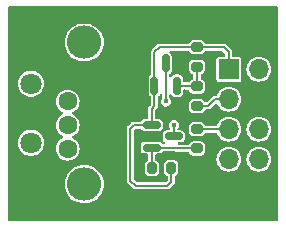
<source format=gbr>
%TF.GenerationSoftware,KiCad,Pcbnew,7.0.6-7.0.6~ubuntu22.04.1*%
%TF.CreationDate,2023-08-04T16:05:21+03:00*%
%TF.ProjectId,SolderPlate_Control,536f6c64-6572-4506-9c61-74655f436f6e,rev?*%
%TF.SameCoordinates,Original*%
%TF.FileFunction,Copper,L2,Bot*%
%TF.FilePolarity,Positive*%
%FSLAX46Y46*%
G04 Gerber Fmt 4.6, Leading zero omitted, Abs format (unit mm)*
G04 Created by KiCad (PCBNEW 7.0.6-7.0.6~ubuntu22.04.1) date 2023-08-04 16:05:21*
%MOMM*%
%LPD*%
G01*
G04 APERTURE LIST*
G04 Aperture macros list*
%AMRoundRect*
0 Rectangle with rounded corners*
0 $1 Rounding radius*
0 $2 $3 $4 $5 $6 $7 $8 $9 X,Y pos of 4 corners*
0 Add a 4 corners polygon primitive as box body*
4,1,4,$2,$3,$4,$5,$6,$7,$8,$9,$2,$3,0*
0 Add four circle primitives for the rounded corners*
1,1,$1+$1,$2,$3*
1,1,$1+$1,$4,$5*
1,1,$1+$1,$6,$7*
1,1,$1+$1,$8,$9*
0 Add four rect primitives between the rounded corners*
20,1,$1+$1,$2,$3,$4,$5,0*
20,1,$1+$1,$4,$5,$6,$7,0*
20,1,$1+$1,$6,$7,$8,$9,0*
20,1,$1+$1,$8,$9,$2,$3,0*%
G04 Aperture macros list end*
%TA.AperFunction,ComponentPad*%
%ADD10R,1.700000X1.700000*%
%TD*%
%TA.AperFunction,ComponentPad*%
%ADD11O,1.700000X1.700000*%
%TD*%
%TA.AperFunction,ComponentPad*%
%ADD12C,1.600000*%
%TD*%
%TA.AperFunction,ComponentPad*%
%ADD13C,1.800000*%
%TD*%
%TA.AperFunction,ComponentPad*%
%ADD14O,2.900000X2.800000*%
%TD*%
%TA.AperFunction,SMDPad,CuDef*%
%ADD15RoundRect,0.150000X0.150000X-0.587500X0.150000X0.587500X-0.150000X0.587500X-0.150000X-0.587500X0*%
%TD*%
%TA.AperFunction,SMDPad,CuDef*%
%ADD16RoundRect,0.150000X-0.587500X-0.150000X0.587500X-0.150000X0.587500X0.150000X-0.587500X0.150000X0*%
%TD*%
%TA.AperFunction,SMDPad,CuDef*%
%ADD17RoundRect,0.200000X-0.275000X0.200000X-0.275000X-0.200000X0.275000X-0.200000X0.275000X0.200000X0*%
%TD*%
%TA.AperFunction,SMDPad,CuDef*%
%ADD18RoundRect,0.200000X-0.200000X-0.275000X0.200000X-0.275000X0.200000X0.275000X-0.200000X0.275000X0*%
%TD*%
%TA.AperFunction,SMDPad,CuDef*%
%ADD19RoundRect,0.200000X0.275000X-0.200000X0.275000X0.200000X-0.275000X0.200000X-0.275000X-0.200000X0*%
%TD*%
%TA.AperFunction,ViaPad*%
%ADD20C,0.450000*%
%TD*%
%TA.AperFunction,Conductor*%
%ADD21C,0.200000*%
%TD*%
G04 APERTURE END LIST*
D10*
%TO.P,J1,1,Pin_1*%
%TO.N,+5V*%
X18900000Y14780000D03*
D11*
%TO.P,J1,2,Pin_2*%
%TO.N,/Enc_A*%
X21440000Y14780000D03*
%TO.P,J1,3,Pin_3*%
%TO.N,/LED_Blue*%
X18900000Y12240000D03*
%TO.P,J1,4,Pin_4*%
%TO.N,GND*%
X21440000Y12240000D03*
%TO.P,J1,5,Pin_5*%
%TO.N,/LED_Orange*%
X18900000Y9700000D03*
%TO.P,J1,6,Pin_6*%
%TO.N,unconnected-(J1-Pin_6-Pad6)*%
X21440000Y9700000D03*
%TO.P,J1,7,Pin_7*%
%TO.N,/Enc_SW*%
X18900000Y7160000D03*
%TO.P,J1,8,Pin_8*%
%TO.N,/Enc_B*%
X21440000Y7160000D03*
%TD*%
D12*
%TO.P,U1,1,COM*%
%TO.N,GND*%
X5250000Y14050000D03*
%TO.P,U1,2,A1*%
%TO.N,Net-(U1-A1)*%
X5250000Y12050000D03*
%TO.P,U1,3,A2*%
%TO.N,Net-(U1-A2)*%
X5250000Y10050000D03*
%TO.P,U1,4,SW*%
%TO.N,Net-(U1-SW)*%
X5250000Y8050000D03*
D13*
%TO.P,U1,5,A*%
%TO.N,Net-(U1-A)*%
X2150000Y13550000D03*
%TO.P,U1,6,C*%
%TO.N,GND*%
X2150000Y11050000D03*
%TO.P,U1,7,B*%
%TO.N,Net-(U1-B)*%
X2150000Y8550000D03*
D14*
%TO.P,U1,SH*%
%TO.N,N/C*%
X6650000Y5050000D03*
X6650000Y17050000D03*
%TD*%
D15*
%TO.P,Q1,1,G*%
%TO.N,Net-(Q1-G)*%
X14500000Y13400000D03*
%TO.P,Q1,2,S*%
%TO.N,+5V*%
X12600000Y13400000D03*
%TO.P,Q1,3,D*%
%TO.N,Net-(Q1-D)*%
X13550000Y15275000D03*
%TD*%
D16*
%TO.P,Q4,1,G*%
%TO.N,Net-(Q4-G)*%
X12362500Y8150000D03*
%TO.P,Q4,2,S*%
%TO.N,+5V*%
X12362500Y10050000D03*
%TO.P,Q4,3,D*%
%TO.N,Net-(Q4-D)*%
X14237500Y9100000D03*
%TD*%
D17*
%TO.P,R10,1*%
%TO.N,/LED_Orange*%
X16200000Y9725000D03*
%TO.P,R10,2*%
%TO.N,Net-(Q4-G)*%
X16200000Y8075000D03*
%TD*%
D18*
%TO.P,R14,1*%
%TO.N,Net-(Q4-G)*%
X12375000Y6400000D03*
%TO.P,R14,2*%
%TO.N,+5V*%
X14025000Y6400000D03*
%TD*%
D19*
%TO.P,R9,1*%
%TO.N,/LED_Blue*%
X16200000Y11675000D03*
%TO.P,R9,2*%
%TO.N,Net-(Q1-G)*%
X16200000Y13325000D03*
%TD*%
%TO.P,R13,1*%
%TO.N,Net-(Q1-G)*%
X16200000Y15000000D03*
%TO.P,R13,2*%
%TO.N,+5V*%
X16200000Y16650000D03*
%TD*%
D20*
%TO.N,GND*%
X1200000Y6000000D03*
X4000000Y18600000D03*
X11000000Y2600000D03*
X17200000Y17600000D03*
X20000000Y3000000D03*
X10000000Y13400000D03*
X17000000Y19400000D03*
X7000000Y9000000D03*
X15200000Y5000000D03*
X17600000Y8400000D03*
X20200000Y8400000D03*
X7000000Y11000000D03*
X17600000Y10800000D03*
X1200000Y18800000D03*
X4800000Y15600000D03*
X7000000Y13200000D03*
X15600000Y2600000D03*
X19800000Y16600000D03*
X4800000Y6600000D03*
X20200000Y13400000D03*
X8200000Y13200000D03*
X3600000Y12400000D03*
X8200000Y11000000D03*
X12800000Y17200000D03*
X19600000Y19400000D03*
X18000000Y3000000D03*
X8200000Y15400000D03*
X3600000Y9600000D03*
X1200000Y16000000D03*
X1200000Y3000000D03*
X15400000Y6400000D03*
X8200000Y6600000D03*
X9400000Y18600000D03*
X20200000Y11000000D03*
X10600000Y14800000D03*
X22000000Y3000000D03*
X14800000Y15400000D03*
X18600000Y17400000D03*
X13000000Y2600000D03*
X22000000Y19000000D03*
X8200000Y9000000D03*
%TO.N,Net-(Q1-D)*%
X13550000Y12050000D03*
%TO.N,Net-(Q4-D)*%
X14237500Y10050000D03*
%TD*%
D21*
%TO.N,+5V*%
X16200000Y16650000D02*
X18450000Y16650000D01*
X14025000Y6400000D02*
X14025000Y5225000D01*
X14025000Y5225000D02*
X13700000Y4900000D01*
X10550000Y9750000D02*
X10850000Y10050000D01*
X10850000Y10050000D02*
X12362500Y10050000D01*
X10550000Y5350000D02*
X10550000Y9750000D01*
X12600000Y16200000D02*
X12600000Y13400000D01*
X13050000Y16650000D02*
X12600000Y16200000D01*
X11000000Y4900000D02*
X10550000Y5350000D01*
X16200000Y16650000D02*
X13050000Y16650000D01*
X12362500Y11412500D02*
X12362500Y10050000D01*
X18450000Y16650000D02*
X18900000Y16200000D01*
X18900000Y16200000D02*
X18900000Y14780000D01*
X13700000Y4900000D02*
X11000000Y4900000D01*
X12600000Y11650000D02*
X12362500Y11412500D01*
X12600000Y13400000D02*
X12600000Y11650000D01*
%TO.N,/LED_Blue*%
X17740000Y12240000D02*
X18900000Y12240000D01*
X16200000Y11675000D02*
X17175000Y11675000D01*
X17175000Y11675000D02*
X17740000Y12240000D01*
%TO.N,/LED_Orange*%
X18900000Y9700000D02*
X16225000Y9700000D01*
X16225000Y9700000D02*
X16200000Y9725000D01*
%TO.N,Net-(Q1-D)*%
X13550000Y15275000D02*
X13550000Y12050000D01*
%TO.N,Net-(Q4-G)*%
X12375000Y6400000D02*
X12375000Y8137500D01*
X14525000Y8075000D02*
X14450000Y8150000D01*
X14450000Y8150000D02*
X12362500Y8150000D01*
X16200000Y8075000D02*
X14525000Y8075000D01*
X12375000Y8137500D02*
X12362500Y8150000D01*
%TO.N,Net-(Q1-G)*%
X16200000Y15000000D02*
X16200000Y13325000D01*
X15375000Y13325000D02*
X15300000Y13400000D01*
X16200000Y13325000D02*
X15375000Y13325000D01*
X15300000Y13400000D02*
X14500000Y13400000D01*
%TO.N,Net-(Q4-D)*%
X14237500Y9100000D02*
X14237500Y10050000D01*
%TD*%
%TA.AperFunction,Conductor*%
%TO.N,GND*%
G36*
X23054569Y20079183D02*
G01*
X23094165Y20024683D01*
X23099500Y19991000D01*
X23099500Y2009000D01*
X23078683Y1944931D01*
X23024183Y1905335D01*
X22990500Y1900000D01*
X309500Y1900000D01*
X245431Y1920817D01*
X205835Y1975317D01*
X200500Y2009000D01*
X200500Y5050000D01*
X4994551Y5050000D01*
X5014316Y4798854D01*
X5014318Y4798847D01*
X5073125Y4553893D01*
X5169533Y4321143D01*
X5301164Y4106340D01*
X5464770Y3914783D01*
X5464776Y3914776D01*
X5464782Y3914771D01*
X5656339Y3751165D01*
X5656341Y3751164D01*
X5871141Y3619534D01*
X6103889Y3523127D01*
X6103890Y3523127D01*
X6103892Y3523126D01*
X6185543Y3503524D01*
X6348852Y3464317D01*
X6537118Y3449500D01*
X6762882Y3449500D01*
X6951148Y3464317D01*
X7196111Y3523127D01*
X7428859Y3619534D01*
X7643659Y3751164D01*
X7835224Y3914776D01*
X7998836Y4106341D01*
X8130466Y4321141D01*
X8226873Y4553889D01*
X8285683Y4798852D01*
X8305449Y5050000D01*
X8285683Y5301148D01*
X8226873Y5546111D01*
X8130466Y5778859D01*
X7998836Y5993659D01*
X7998835Y5993661D01*
X7835229Y6185218D01*
X7835224Y6185224D01*
X7835217Y6185230D01*
X7643660Y6348836D01*
X7428857Y6480467D01*
X7196107Y6576875D01*
X6951153Y6635682D01*
X6951146Y6635684D01*
X6762882Y6650500D01*
X6537118Y6650500D01*
X6348853Y6635684D01*
X6348846Y6635682D01*
X6103892Y6576875D01*
X5871142Y6480467D01*
X5656339Y6348836D01*
X5464782Y6185230D01*
X5464770Y6185218D01*
X5301164Y5993661D01*
X5169533Y5778858D01*
X5073125Y5546108D01*
X5014318Y5301154D01*
X5014316Y5301147D01*
X4994551Y5050001D01*
X4994551Y5050000D01*
X200500Y5050000D01*
X200500Y8550000D01*
X1044785Y8550000D01*
X1063602Y8346918D01*
X1119416Y8150754D01*
X1119418Y8150750D01*
X1210327Y7968179D01*
X1210327Y7968178D01*
X1333234Y7805423D01*
X1333236Y7805421D01*
X1483959Y7668019D01*
X1657363Y7560652D01*
X1847544Y7486976D01*
X2048024Y7449500D01*
X2048025Y7449500D01*
X2251975Y7449500D01*
X2251976Y7449500D01*
X2452456Y7486976D01*
X2642637Y7560652D01*
X2816041Y7668019D01*
X2966764Y7805421D01*
X3089673Y7968179D01*
X3130414Y8049999D01*
X4244659Y8049999D01*
X4263976Y7853865D01*
X4321185Y7665274D01*
X4321186Y7665272D01*
X4414090Y7491462D01*
X4414090Y7491461D01*
X4525121Y7356171D01*
X4539117Y7339117D01*
X4691462Y7214090D01*
X4792657Y7160000D01*
X4865271Y7121187D01*
X4865273Y7121186D01*
X5053864Y7063977D01*
X5053865Y7063977D01*
X5053868Y7063976D01*
X5218124Y7047799D01*
X5249999Y7044659D01*
X5250000Y7044659D01*
X5250001Y7044659D01*
X5274056Y7047029D01*
X5446132Y7063976D01*
X5634727Y7121186D01*
X5808538Y7214090D01*
X5960883Y7339117D01*
X6085910Y7491462D01*
X6178814Y7665273D01*
X6236024Y7853868D01*
X6255341Y8050000D01*
X6236024Y8246132D01*
X6189256Y8400303D01*
X6178814Y8434727D01*
X6178813Y8434729D01*
X6159256Y8471317D01*
X6085910Y8608538D01*
X6085909Y8608540D01*
X5990522Y8724768D01*
X5960883Y8760883D01*
X5886031Y8822313D01*
X5808539Y8885910D01*
X5808534Y8885913D01*
X5681393Y8953871D01*
X5634702Y9002431D01*
X5625473Y9069162D01*
X5657229Y9128573D01*
X5681393Y9146129D01*
X5808534Y9214088D01*
X5808538Y9214090D01*
X5960883Y9339117D01*
X6085910Y9491462D01*
X6178814Y9665273D01*
X6208798Y9764118D01*
X10244621Y9764118D01*
X10248977Y9732892D01*
X10249500Y9725354D01*
X10249500Y5412314D01*
X10248977Y5404775D01*
X10247227Y5392234D01*
X10249442Y5344317D01*
X10249500Y5341801D01*
X10249500Y5322154D01*
X10250088Y5319007D01*
X10250958Y5311506D01*
X10252415Y5280007D01*
X10255916Y5272079D01*
X10263347Y5248082D01*
X10264938Y5239569D01*
X10264939Y5239566D01*
X10281533Y5212766D01*
X10285054Y5206087D01*
X10297680Y5177493D01*
X10297794Y5177235D01*
X10303924Y5171105D01*
X10319518Y5151417D01*
X10324080Y5144049D01*
X10324083Y5144046D01*
X10349235Y5125053D01*
X10354937Y5120092D01*
X10743448Y4731580D01*
X10748409Y4725879D01*
X10756041Y4715773D01*
X10791486Y4683460D01*
X10793306Y4681723D01*
X10807202Y4667827D01*
X10809848Y4666014D01*
X10815756Y4661334D01*
X10839067Y4640084D01*
X10839066Y4640084D01*
X10847151Y4636952D01*
X10869370Y4625241D01*
X10876519Y4620344D01*
X10907211Y4613126D01*
X10914422Y4610892D01*
X10943827Y4599500D01*
X10952493Y4599500D01*
X10977449Y4596605D01*
X10985881Y4594621D01*
X11013361Y4598455D01*
X11017108Y4598977D01*
X11024646Y4599500D01*
X13637686Y4599500D01*
X13645225Y4598977D01*
X13657759Y4597229D01*
X13657765Y4597227D01*
X13700196Y4599189D01*
X13705683Y4599442D01*
X13708199Y4599500D01*
X13727840Y4599500D01*
X13727844Y4599500D01*
X13730987Y4600088D01*
X13738492Y4600960D01*
X13769992Y4602415D01*
X13777919Y4605916D01*
X13801916Y4613348D01*
X13810433Y4614939D01*
X13837251Y4631545D01*
X13843899Y4635050D01*
X13872765Y4647794D01*
X13878887Y4653918D01*
X13898585Y4669521D01*
X13905952Y4674081D01*
X13924956Y4699249D01*
X13929907Y4704937D01*
X14193422Y4968452D01*
X14199127Y4973416D01*
X14209224Y4981041D01*
X14209228Y4981042D01*
X14241565Y5016516D01*
X14243268Y5018299D01*
X14257174Y5032203D01*
X14258981Y5034843D01*
X14263669Y5040762D01*
X14284916Y5064067D01*
X14288045Y5072147D01*
X14299763Y5094377D01*
X14304656Y5101519D01*
X14311872Y5132206D01*
X14314104Y5139414D01*
X14325500Y5168827D01*
X14325500Y5177493D01*
X14328396Y5202452D01*
X14329250Y5206083D01*
X14330379Y5210881D01*
X14326378Y5239566D01*
X14326023Y5242109D01*
X14325500Y5249647D01*
X14325500Y5659921D01*
X14346317Y5723990D01*
X14385012Y5757040D01*
X14463342Y5796950D01*
X14553050Y5886658D01*
X14610646Y5999696D01*
X14625500Y6093481D01*
X14625499Y6706518D01*
X14610646Y6800304D01*
X14553050Y6913342D01*
X14463342Y7003050D01*
X14385013Y7042961D01*
X14350303Y7060647D01*
X14256519Y7075500D01*
X13793484Y7075500D01*
X13793479Y7075499D01*
X13699697Y7060647D01*
X13586657Y7003050D01*
X13496950Y6913343D01*
X13439353Y6800304D01*
X13424500Y6706520D01*
X13424500Y6093485D01*
X13424501Y6093480D01*
X13439353Y5999698D01*
X13439353Y5999697D01*
X13439354Y5999696D01*
X13496950Y5886658D01*
X13586658Y5796950D01*
X13664986Y5757040D01*
X13712620Y5709406D01*
X13724500Y5659921D01*
X13724500Y5394621D01*
X13703683Y5330552D01*
X13692575Y5317547D01*
X13607455Y5232426D01*
X13547432Y5201842D01*
X13530380Y5200500D01*
X11169621Y5200500D01*
X11105552Y5221317D01*
X11092546Y5232425D01*
X10882425Y5442546D01*
X10851842Y5502570D01*
X10850500Y5519621D01*
X10850500Y7966738D01*
X11424500Y7966738D01*
X11434426Y7898610D01*
X11434426Y7898608D01*
X11484908Y7795345D01*
X11485802Y7793517D01*
X11568517Y7710802D01*
X11673607Y7659427D01*
X11741737Y7649501D01*
X11741738Y7649500D01*
X11741740Y7649500D01*
X11965500Y7649500D01*
X12029569Y7628683D01*
X12069165Y7574183D01*
X12074500Y7540500D01*
X12074500Y7140080D01*
X12053683Y7076011D01*
X12014985Y7042961D01*
X11936659Y7003052D01*
X11846950Y6913343D01*
X11789353Y6800304D01*
X11774500Y6706520D01*
X11774500Y6093485D01*
X11774501Y6093480D01*
X11789353Y5999698D01*
X11789353Y5999697D01*
X11789354Y5999696D01*
X11846950Y5886658D01*
X11936658Y5796950D01*
X12049696Y5739354D01*
X12143481Y5724500D01*
X12606518Y5724501D01*
X12700304Y5739354D01*
X12813342Y5796950D01*
X12903050Y5886658D01*
X12960646Y5999696D01*
X12975500Y6093481D01*
X12975499Y6706518D01*
X12960646Y6800304D01*
X12903050Y6913342D01*
X12813342Y7003050D01*
X12813342Y7003051D01*
X12813340Y7003052D01*
X12735015Y7042961D01*
X12687380Y7090596D01*
X12675500Y7140080D01*
X12675500Y7160000D01*
X17844417Y7160000D01*
X17864700Y6954066D01*
X17924768Y6756046D01*
X18022315Y6573550D01*
X18153590Y6413590D01*
X18313550Y6282315D01*
X18496046Y6184768D01*
X18694066Y6124700D01*
X18883054Y6106087D01*
X18899999Y6104417D01*
X18900000Y6104417D01*
X18900001Y6104417D01*
X18915657Y6105960D01*
X19105934Y6124700D01*
X19303954Y6184768D01*
X19486450Y6282315D01*
X19646410Y6413590D01*
X19777685Y6573550D01*
X19875232Y6756046D01*
X19935300Y6954066D01*
X19955583Y7160000D01*
X20384417Y7160000D01*
X20404700Y6954066D01*
X20464768Y6756046D01*
X20562315Y6573550D01*
X20693590Y6413590D01*
X20853550Y6282315D01*
X21036046Y6184768D01*
X21234066Y6124700D01*
X21423054Y6106087D01*
X21439999Y6104417D01*
X21440000Y6104417D01*
X21440001Y6104417D01*
X21455657Y6105960D01*
X21645934Y6124700D01*
X21843954Y6184768D01*
X22026450Y6282315D01*
X22186410Y6413590D01*
X22317685Y6573550D01*
X22415232Y6756046D01*
X22475300Y6954066D01*
X22495583Y7160000D01*
X22475300Y7365934D01*
X22415232Y7563954D01*
X22317685Y7746450D01*
X22186410Y7906410D01*
X22026450Y8037685D01*
X21843954Y8135232D01*
X21645934Y8195300D01*
X21508644Y8208823D01*
X21440001Y8215583D01*
X21439999Y8215583D01*
X21337032Y8205442D01*
X21234066Y8195300D01*
X21036046Y8135232D01*
X21036043Y8135231D01*
X21036041Y8135230D01*
X20853555Y8037688D01*
X20853552Y8037687D01*
X20853550Y8037685D01*
X20853547Y8037684D01*
X20853549Y8037684D01*
X20693594Y7906414D01*
X20693586Y7906406D01*
X20562316Y7746451D01*
X20562312Y7746445D01*
X20464770Y7563959D01*
X20464769Y7563957D01*
X20464768Y7563954D01*
X20404700Y7365934D01*
X20404700Y7365933D01*
X20389745Y7214091D01*
X20384417Y7160000D01*
X19955583Y7160000D01*
X19935300Y7365934D01*
X19875232Y7563954D01*
X19777685Y7746450D01*
X19646410Y7906410D01*
X19486450Y8037685D01*
X19303954Y8135232D01*
X19105934Y8195300D01*
X18968644Y8208822D01*
X18900001Y8215583D01*
X18899999Y8215583D01*
X18797033Y8205442D01*
X18694066Y8195300D01*
X18496046Y8135232D01*
X18496043Y8135231D01*
X18496041Y8135230D01*
X18313555Y8037688D01*
X18313552Y8037687D01*
X18313550Y8037685D01*
X18313547Y8037684D01*
X18313549Y8037684D01*
X18153594Y7906414D01*
X18153586Y7906406D01*
X18022316Y7746451D01*
X18022312Y7746445D01*
X17924770Y7563959D01*
X17924769Y7563957D01*
X17924768Y7563954D01*
X17864700Y7365934D01*
X17864700Y7365933D01*
X17849745Y7214091D01*
X17844417Y7160000D01*
X12675500Y7160000D01*
X12675500Y7540500D01*
X12696317Y7604569D01*
X12750817Y7644165D01*
X12784500Y7649500D01*
X12983262Y7649500D01*
X12983262Y7649501D01*
X13051393Y7659427D01*
X13156483Y7710802D01*
X13239198Y7793517D01*
X13239201Y7793524D01*
X13244446Y7800868D01*
X13247006Y7799041D01*
X13283511Y7836782D01*
X13334607Y7849500D01*
X14284088Y7849500D01*
X14348157Y7828683D01*
X14357516Y7821056D01*
X14364067Y7815084D01*
X14372151Y7811952D01*
X14394370Y7800241D01*
X14401519Y7795344D01*
X14432211Y7788126D01*
X14439422Y7785892D01*
X14468827Y7774500D01*
X14477493Y7774500D01*
X14502449Y7771605D01*
X14510881Y7769621D01*
X14538361Y7773455D01*
X14542108Y7773977D01*
X14549646Y7774500D01*
X15459921Y7774500D01*
X15523990Y7753683D01*
X15557039Y7714988D01*
X15596950Y7636658D01*
X15686658Y7546950D01*
X15799696Y7489354D01*
X15893481Y7474500D01*
X16506518Y7474501D01*
X16600304Y7489354D01*
X16713342Y7546950D01*
X16803050Y7636658D01*
X16860646Y7749696D01*
X16875500Y7843481D01*
X16875499Y8306518D01*
X16860646Y8400304D01*
X16803050Y8513342D01*
X16713342Y8603050D01*
X16702567Y8608540D01*
X16600303Y8660647D01*
X16506519Y8675500D01*
X15893484Y8675500D01*
X15893479Y8675499D01*
X15799697Y8660647D01*
X15686657Y8603050D01*
X15596948Y8513341D01*
X15557039Y8435015D01*
X15509404Y8387380D01*
X15459920Y8375500D01*
X14690913Y8375500D01*
X14626844Y8396317D01*
X14617482Y8403946D01*
X14610900Y8409946D01*
X14577576Y8468492D01*
X14585028Y8535444D01*
X14630411Y8585229D01*
X14684331Y8599500D01*
X14858262Y8599500D01*
X14858262Y8599501D01*
X14926393Y8609427D01*
X15031483Y8660802D01*
X15114198Y8743517D01*
X15165573Y8848607D01*
X15175500Y8916740D01*
X15175500Y9283260D01*
X15165573Y9351393D01*
X15114198Y9456483D01*
X15077196Y9493485D01*
X15524500Y9493485D01*
X15524501Y9493480D01*
X15539353Y9399698D01*
X15539353Y9399697D01*
X15539354Y9399696D01*
X15596950Y9286658D01*
X15686658Y9196950D01*
X15799696Y9139354D01*
X15893481Y9124500D01*
X16506518Y9124501D01*
X16600304Y9139354D01*
X16713342Y9196950D01*
X16803050Y9286658D01*
X16830222Y9339987D01*
X16877856Y9387620D01*
X16927341Y9399500D01*
X17812546Y9399500D01*
X17876615Y9378683D01*
X17916211Y9324183D01*
X17916853Y9322140D01*
X17924769Y9296043D01*
X17931601Y9283262D01*
X18022315Y9113550D01*
X18153590Y8953590D01*
X18313550Y8822315D01*
X18496046Y8724768D01*
X18694066Y8664700D01*
X18883054Y8646087D01*
X18899999Y8644417D01*
X18900000Y8644417D01*
X18900001Y8644417D01*
X18915657Y8645960D01*
X19105934Y8664700D01*
X19303954Y8724768D01*
X19486450Y8822315D01*
X19646410Y8953590D01*
X19777685Y9113550D01*
X19875232Y9296046D01*
X19935300Y9494066D01*
X19955583Y9699999D01*
X20384417Y9699999D01*
X20386799Y9675817D01*
X20404700Y9494066D01*
X20464768Y9296046D01*
X20562315Y9113550D01*
X20693590Y8953590D01*
X20853550Y8822315D01*
X21036046Y8724768D01*
X21234066Y8664700D01*
X21423054Y8646087D01*
X21439999Y8644417D01*
X21440000Y8644417D01*
X21440001Y8644417D01*
X21455657Y8645960D01*
X21645934Y8664700D01*
X21843954Y8724768D01*
X22026450Y8822315D01*
X22186410Y8953590D01*
X22317685Y9113550D01*
X22415232Y9296046D01*
X22475300Y9494066D01*
X22495583Y9700000D01*
X22475300Y9905934D01*
X22415232Y10103954D01*
X22317685Y10286450D01*
X22186410Y10446410D01*
X22026450Y10577685D01*
X21843954Y10675232D01*
X21645934Y10735300D01*
X21508644Y10748822D01*
X21440001Y10755583D01*
X21439999Y10755583D01*
X21337032Y10745442D01*
X21234066Y10735300D01*
X21036046Y10675232D01*
X21036043Y10675231D01*
X21036041Y10675230D01*
X20853555Y10577688D01*
X20853552Y10577687D01*
X20853550Y10577685D01*
X20853547Y10577684D01*
X20853549Y10577684D01*
X20693594Y10446414D01*
X20693586Y10446406D01*
X20562316Y10286451D01*
X20562312Y10286445D01*
X20464770Y10103959D01*
X20464770Y10103958D01*
X20464768Y10103954D01*
X20404700Y9905934D01*
X20399572Y9853868D01*
X20384417Y9700002D01*
X20384417Y9699999D01*
X19955583Y9699999D01*
X19955583Y9700000D01*
X19935300Y9905934D01*
X19875232Y10103954D01*
X19777685Y10286450D01*
X19646410Y10446410D01*
X19486450Y10577685D01*
X19303954Y10675232D01*
X19105934Y10735300D01*
X18968644Y10748823D01*
X18900001Y10755583D01*
X18899999Y10755583D01*
X18797032Y10745442D01*
X18694066Y10735300D01*
X18496046Y10675232D01*
X18496043Y10675231D01*
X18496041Y10675230D01*
X18313555Y10577688D01*
X18313552Y10577687D01*
X18313550Y10577685D01*
X18313547Y10577684D01*
X18313549Y10577684D01*
X18153594Y10446414D01*
X18153586Y10446406D01*
X18022316Y10286451D01*
X18022312Y10286445D01*
X17924769Y10103958D01*
X17916853Y10077860D01*
X17878334Y10022592D01*
X17814687Y10000521D01*
X17812546Y10000500D01*
X16952818Y10000500D01*
X16888749Y10021317D01*
X16855698Y10060015D01*
X16803049Y10163343D01*
X16713342Y10253050D01*
X16600303Y10310647D01*
X16506519Y10325500D01*
X15893484Y10325500D01*
X15893479Y10325499D01*
X15799697Y10310647D01*
X15686657Y10253050D01*
X15596950Y10163343D01*
X15539353Y10050304D01*
X15524500Y9956520D01*
X15524500Y9493485D01*
X15077196Y9493485D01*
X15031483Y9539198D01*
X15031481Y9539199D01*
X15031482Y9539199D01*
X14926391Y9590574D01*
X14858262Y9600500D01*
X14858260Y9600500D01*
X14652897Y9600500D01*
X14588828Y9621317D01*
X14549232Y9675817D01*
X14549232Y9743183D01*
X14575820Y9786573D01*
X14586028Y9796780D01*
X14647219Y9916874D01*
X14668304Y10050000D01*
X14647219Y10183126D01*
X14586028Y10303220D01*
X14490720Y10398528D01*
X14370626Y10459719D01*
X14370624Y10459720D01*
X14370623Y10459720D01*
X14237500Y10480804D01*
X14104376Y10459720D01*
X14104375Y10459720D01*
X13984278Y10398527D01*
X13888973Y10303222D01*
X13827780Y10183125D01*
X13827780Y10183124D01*
X13806696Y10050001D01*
X13806696Y10050000D01*
X13827780Y9916877D01*
X13827780Y9916876D01*
X13827780Y9916875D01*
X13827781Y9916874D01*
X13888972Y9796780D01*
X13899178Y9786574D01*
X13929761Y9726551D01*
X13919223Y9660015D01*
X13871588Y9612380D01*
X13822103Y9600500D01*
X13616738Y9600500D01*
X13548609Y9590574D01*
X13548607Y9590574D01*
X13443518Y9539199D01*
X13360801Y9456482D01*
X13309426Y9351393D01*
X13309426Y9351391D01*
X13299500Y9283263D01*
X13299500Y8916738D01*
X13309426Y8848610D01*
X13309426Y8848608D01*
X13360801Y8743519D01*
X13360802Y8743517D01*
X13443517Y8660802D01*
X13443518Y8660802D01*
X13443520Y8660800D01*
X13450426Y8657424D01*
X13498842Y8610583D01*
X13510478Y8544230D01*
X13480891Y8483709D01*
X13421381Y8452138D01*
X13402553Y8450500D01*
X13334607Y8450500D01*
X13270538Y8471317D01*
X13246155Y8500353D01*
X13244446Y8499132D01*
X13239198Y8506482D01*
X13239198Y8506483D01*
X13156483Y8589198D01*
X13156481Y8589199D01*
X13156482Y8589199D01*
X13051391Y8640574D01*
X12983262Y8650500D01*
X12983260Y8650500D01*
X11741740Y8650500D01*
X11741738Y8650500D01*
X11673609Y8640574D01*
X11673607Y8640574D01*
X11568518Y8589199D01*
X11485801Y8506482D01*
X11434426Y8401393D01*
X11434426Y8401391D01*
X11424500Y8333263D01*
X11424500Y7966738D01*
X10850500Y7966738D01*
X10850500Y9580379D01*
X10871317Y9644448D01*
X10882425Y9657454D01*
X10942546Y9717575D01*
X11002570Y9748158D01*
X11019621Y9749500D01*
X11390393Y9749500D01*
X11454462Y9728683D01*
X11478844Y9699648D01*
X11480554Y9700868D01*
X11485801Y9693519D01*
X11485802Y9693517D01*
X11568517Y9610802D01*
X11673607Y9559427D01*
X11741737Y9549501D01*
X11741738Y9549500D01*
X11741740Y9549500D01*
X12983262Y9549500D01*
X12983262Y9549501D01*
X13051393Y9559427D01*
X13156483Y9610802D01*
X13239198Y9693517D01*
X13290573Y9798607D01*
X13300500Y9866740D01*
X13300500Y10233260D01*
X13290573Y10301393D01*
X13239198Y10406483D01*
X13156483Y10489198D01*
X13156481Y10489199D01*
X13156482Y10489199D01*
X13051391Y10540574D01*
X12983262Y10550500D01*
X12983260Y10550500D01*
X12772000Y10550500D01*
X12707931Y10571317D01*
X12668335Y10625817D01*
X12663000Y10659500D01*
X12663000Y11242881D01*
X12683817Y11306950D01*
X12694914Y11319945D01*
X12768426Y11393457D01*
X12774122Y11398412D01*
X12784220Y11406039D01*
X12784228Y11406042D01*
X12816565Y11441516D01*
X12818268Y11443299D01*
X12818454Y11443485D01*
X15524500Y11443485D01*
X15524501Y11443480D01*
X15539353Y11349698D01*
X15539353Y11349697D01*
X15539354Y11349696D01*
X15596950Y11236658D01*
X15686658Y11146950D01*
X15799696Y11089354D01*
X15893481Y11074500D01*
X16506518Y11074501D01*
X16600304Y11089354D01*
X16713342Y11146950D01*
X16803050Y11236658D01*
X16817373Y11264768D01*
X16842961Y11314985D01*
X16890596Y11362620D01*
X16940080Y11374500D01*
X17112686Y11374500D01*
X17120225Y11373977D01*
X17132759Y11372229D01*
X17132765Y11372227D01*
X17175196Y11374189D01*
X17180683Y11374442D01*
X17183199Y11374500D01*
X17202840Y11374500D01*
X17202844Y11374500D01*
X17205987Y11375088D01*
X17213492Y11375960D01*
X17244992Y11377415D01*
X17252919Y11380916D01*
X17276916Y11388348D01*
X17285433Y11389939D01*
X17312251Y11406545D01*
X17318899Y11410050D01*
X17347765Y11422794D01*
X17353887Y11428918D01*
X17373585Y11444521D01*
X17380952Y11449081D01*
X17399960Y11474254D01*
X17404903Y11479934D01*
X17763810Y11838839D01*
X17823829Y11869419D01*
X17890365Y11858881D01*
X17937009Y11813144D01*
X17967793Y11755552D01*
X18022315Y11653550D01*
X18153590Y11493590D01*
X18313550Y11362315D01*
X18496046Y11264768D01*
X18694066Y11204700D01*
X18883054Y11186087D01*
X18899999Y11184417D01*
X18900000Y11184417D01*
X18900001Y11184417D01*
X18915657Y11185960D01*
X19105934Y11204700D01*
X19303954Y11264768D01*
X19486450Y11362315D01*
X19646410Y11493590D01*
X19777685Y11653550D01*
X19875232Y11836046D01*
X19935300Y12034066D01*
X19955583Y12240000D01*
X19935300Y12445934D01*
X19875232Y12643954D01*
X19777685Y12826450D01*
X19646410Y12986410D01*
X19486450Y13117685D01*
X19303954Y13215232D01*
X19105934Y13275300D01*
X18968644Y13288822D01*
X18900001Y13295583D01*
X18899999Y13295583D01*
X18797033Y13285442D01*
X18694066Y13275300D01*
X18496046Y13215232D01*
X18496043Y13215231D01*
X18496041Y13215230D01*
X18313555Y13117688D01*
X18313552Y13117687D01*
X18313550Y13117685D01*
X18313547Y13117684D01*
X18313549Y13117684D01*
X18153594Y12986414D01*
X18153586Y12986406D01*
X18022316Y12826451D01*
X18022312Y12826445D01*
X17924769Y12643958D01*
X17916853Y12617860D01*
X17878334Y12562592D01*
X17814687Y12540521D01*
X17812546Y12540500D01*
X17802315Y12540500D01*
X17794776Y12541023D01*
X17782237Y12542773D01*
X17782236Y12542773D01*
X17782234Y12542773D01*
X17734318Y12540558D01*
X17731802Y12540500D01*
X17712156Y12540500D01*
X17712152Y12540500D01*
X17712148Y12540499D01*
X17709001Y12539911D01*
X17701504Y12539042D01*
X17670007Y12537585D01*
X17662071Y12534081D01*
X17638089Y12526655D01*
X17634497Y12525983D01*
X17629566Y12525061D01*
X17602761Y12508465D01*
X17596081Y12504944D01*
X17567237Y12492207D01*
X17567235Y12492206D01*
X17567233Y12492205D01*
X17567228Y12492201D01*
X17561102Y12486075D01*
X17541423Y12470487D01*
X17534050Y12465922D01*
X17534045Y12465917D01*
X17515047Y12440761D01*
X17510088Y12435062D01*
X17082454Y12007426D01*
X17022431Y11976842D01*
X17005379Y11975500D01*
X16940079Y11975500D01*
X16876010Y11996317D01*
X16842960Y12035013D01*
X16803050Y12113342D01*
X16713342Y12203050D01*
X16640824Y12240000D01*
X16600303Y12260647D01*
X16506519Y12275500D01*
X15893484Y12275500D01*
X15893479Y12275499D01*
X15799697Y12260647D01*
X15686657Y12203050D01*
X15596950Y12113343D01*
X15539353Y12000304D01*
X15524500Y11906520D01*
X15524500Y11443485D01*
X12818454Y11443485D01*
X12832174Y11457203D01*
X12833981Y11459843D01*
X12838669Y11465762D01*
X12859916Y11489067D01*
X12863045Y11497147D01*
X12874766Y11519381D01*
X12879657Y11526520D01*
X12886877Y11557219D01*
X12889107Y11564420D01*
X12900500Y11593827D01*
X12900500Y11602493D01*
X12903396Y11627452D01*
X12905379Y11635881D01*
X12901023Y11667109D01*
X12900500Y11674647D01*
X12900500Y12427893D01*
X12921317Y12491962D01*
X12950352Y12516345D01*
X12949132Y12518054D01*
X12956476Y12523299D01*
X12956483Y12523302D01*
X13039198Y12606017D01*
X13042575Y12612926D01*
X13089414Y12661341D01*
X13155767Y12672979D01*
X13216289Y12643394D01*
X13247861Y12583885D01*
X13249500Y12565054D01*
X13249500Y12396398D01*
X13228683Y12332329D01*
X13217575Y12319323D01*
X13201473Y12303222D01*
X13140280Y12183125D01*
X13140280Y12183124D01*
X13119196Y12050001D01*
X13119196Y12050000D01*
X13140280Y11916877D01*
X13140280Y11916876D01*
X13140280Y11916875D01*
X13140281Y11916874D01*
X13201472Y11796780D01*
X13296780Y11701472D01*
X13416874Y11640281D01*
X13505624Y11626225D01*
X13549999Y11619196D01*
X13549999Y11619197D01*
X13550000Y11619196D01*
X13683126Y11640281D01*
X13803220Y11701472D01*
X13898528Y11796780D01*
X13959719Y11916874D01*
X13980804Y12050000D01*
X13959719Y12183126D01*
X13898528Y12303220D01*
X13882424Y12319324D01*
X13851842Y12379347D01*
X13850500Y12396398D01*
X13850500Y12565054D01*
X13871317Y12629123D01*
X13925817Y12668719D01*
X13993183Y12668719D01*
X14047683Y12629123D01*
X14057425Y12612925D01*
X14060800Y12606020D01*
X14060801Y12606019D01*
X14060802Y12606017D01*
X14143517Y12523302D01*
X14248607Y12471927D01*
X14316737Y12462001D01*
X14316738Y12462000D01*
X14316740Y12462000D01*
X14683262Y12462000D01*
X14683262Y12462001D01*
X14751393Y12471927D01*
X14856483Y12523302D01*
X14939198Y12606017D01*
X14990573Y12711107D01*
X15000500Y12779240D01*
X15000500Y12990501D01*
X15021317Y13054569D01*
X15075817Y13094165D01*
X15109500Y13099500D01*
X15134088Y13099500D01*
X15198157Y13078683D01*
X15207516Y13071056D01*
X15214067Y13065084D01*
X15222151Y13061952D01*
X15244370Y13050241D01*
X15251519Y13045344D01*
X15282211Y13038126D01*
X15289422Y13035892D01*
X15318827Y13024500D01*
X15327493Y13024500D01*
X15352449Y13021605D01*
X15360881Y13019621D01*
X15388361Y13023455D01*
X15392108Y13023977D01*
X15399646Y13024500D01*
X15459921Y13024500D01*
X15523990Y13003683D01*
X15557039Y12964988D01*
X15596950Y12886658D01*
X15686658Y12796950D01*
X15799696Y12739354D01*
X15893481Y12724500D01*
X16506518Y12724501D01*
X16600304Y12739354D01*
X16713342Y12796950D01*
X16803050Y12886658D01*
X16860646Y12999696D01*
X16875500Y13093481D01*
X16875499Y13556518D01*
X16860646Y13650304D01*
X16803050Y13763342D01*
X16713342Y13853050D01*
X16600304Y13910646D01*
X16600302Y13910647D01*
X16600301Y13910647D01*
X16592443Y13911892D01*
X16532421Y13942479D01*
X16501841Y14002503D01*
X16500500Y14019549D01*
X16500500Y14305453D01*
X16521317Y14369522D01*
X16575817Y14409118D01*
X16592442Y14413109D01*
X16600304Y14414354D01*
X16713342Y14471950D01*
X16803050Y14561658D01*
X16860646Y14674696D01*
X16875500Y14768481D01*
X16875499Y15231518D01*
X16860646Y15325304D01*
X16803050Y15438342D01*
X16713342Y15528050D01*
X16600303Y15585647D01*
X16506519Y15600500D01*
X15893484Y15600500D01*
X15893479Y15600499D01*
X15799697Y15585647D01*
X15686657Y15528050D01*
X15596950Y15438343D01*
X15539353Y15325304D01*
X15524500Y15231520D01*
X15524500Y14768485D01*
X15524501Y14768480D01*
X15539353Y14674698D01*
X15539353Y14674697D01*
X15539354Y14674696D01*
X15596950Y14561658D01*
X15686658Y14471950D01*
X15799696Y14414354D01*
X15807551Y14413110D01*
X15867574Y14382527D01*
X15898158Y14322504D01*
X15899500Y14305452D01*
X15899500Y14019548D01*
X15878683Y13955479D01*
X15824183Y13915883D01*
X15807554Y13911891D01*
X15799696Y13910646D01*
X15783346Y13902315D01*
X15686657Y13853050D01*
X15596947Y13763340D01*
X15576797Y13723794D01*
X15529162Y13676160D01*
X15462625Y13665623D01*
X15433451Y13677236D01*
X15432719Y13675577D01*
X15423483Y13679655D01*
X15423482Y13679656D01*
X15423481Y13679656D01*
X15392787Y13686876D01*
X15385582Y13689107D01*
X15356173Y13700500D01*
X15347507Y13700500D01*
X15322550Y13703396D01*
X15314119Y13705379D01*
X15282892Y13701023D01*
X15275354Y13700500D01*
X15109500Y13700500D01*
X15045431Y13721317D01*
X15005835Y13775817D01*
X15000500Y13809500D01*
X15000500Y14020762D01*
X15000499Y14020763D01*
X14990573Y14088893D01*
X14939198Y14193983D01*
X14856483Y14276698D01*
X14856481Y14276699D01*
X14856482Y14276699D01*
X14751391Y14328074D01*
X14683262Y14338000D01*
X14683260Y14338000D01*
X14316740Y14338000D01*
X14316738Y14338000D01*
X14248609Y14328074D01*
X14248607Y14328074D01*
X14143518Y14276699D01*
X14060799Y14193980D01*
X14057424Y14187074D01*
X14010583Y14138658D01*
X13944230Y14127022D01*
X13883709Y14156609D01*
X13852138Y14216119D01*
X13850500Y14234947D01*
X13850500Y14302893D01*
X13871317Y14366962D01*
X13900352Y14391345D01*
X13899132Y14393054D01*
X13906476Y14398299D01*
X13906483Y14398302D01*
X13989198Y14481017D01*
X14040573Y14586107D01*
X14050500Y14654240D01*
X14050500Y15895760D01*
X14040573Y15963893D01*
X13989198Y16068983D01*
X13906483Y16151698D01*
X13906481Y16151699D01*
X13906480Y16151700D01*
X13906355Y16151789D01*
X13906252Y16151928D01*
X13900096Y16158084D01*
X13901018Y16159007D01*
X13866308Y16205958D01*
X13865749Y16273322D01*
X13904892Y16328148D01*
X13968786Y16349496D01*
X13969690Y16349500D01*
X15459921Y16349500D01*
X15523990Y16328683D01*
X15557039Y16289988D01*
X15596950Y16211658D01*
X15686658Y16121950D01*
X15799696Y16064354D01*
X15893481Y16049500D01*
X16506518Y16049501D01*
X16600304Y16064354D01*
X16713342Y16121950D01*
X16803050Y16211658D01*
X16825732Y16256173D01*
X16842961Y16289985D01*
X16890596Y16337620D01*
X16940080Y16349500D01*
X18280379Y16349500D01*
X18344448Y16328683D01*
X18357453Y16317575D01*
X18567574Y16107455D01*
X18598158Y16047432D01*
X18599500Y16030380D01*
X18599500Y15939500D01*
X18578683Y15875431D01*
X18524183Y15835835D01*
X18490500Y15830500D01*
X18030252Y15830500D01*
X17995162Y15823521D01*
X17971767Y15818867D01*
X17905450Y15774555D01*
X17905445Y15774550D01*
X17861133Y15708233D01*
X17849499Y15649745D01*
X17849499Y13910256D01*
X17861133Y13851768D01*
X17905445Y13785451D01*
X17905450Y13785446D01*
X17971767Y13741134D01*
X17971769Y13741133D01*
X18030252Y13729500D01*
X18030255Y13729500D01*
X19769744Y13729500D01*
X19769748Y13729500D01*
X19828231Y13741133D01*
X19894552Y13785448D01*
X19938867Y13851769D01*
X19950500Y13910252D01*
X19950500Y14779999D01*
X20384417Y14779999D01*
X20385552Y14768480D01*
X20404700Y14574066D01*
X20464768Y14376046D01*
X20464769Y14376043D01*
X20464770Y14376042D01*
X20476558Y14353989D01*
X20562315Y14193550D01*
X20693590Y14033590D01*
X20853550Y13902315D01*
X21036046Y13804768D01*
X21234066Y13744700D01*
X21423054Y13726087D01*
X21439999Y13724417D01*
X21440000Y13724417D01*
X21440001Y13724417D01*
X21455657Y13725960D01*
X21645934Y13744700D01*
X21843954Y13804768D01*
X22026450Y13902315D01*
X22186410Y14033590D01*
X22317685Y14193550D01*
X22415232Y14376046D01*
X22475300Y14574066D01*
X22495583Y14780000D01*
X22475300Y14985934D01*
X22415232Y15183954D01*
X22317685Y15366450D01*
X22186410Y15526410D01*
X22026450Y15657685D01*
X21843954Y15755232D01*
X21645934Y15815300D01*
X21491608Y15830500D01*
X21440001Y15835583D01*
X21439999Y15835583D01*
X21388392Y15830500D01*
X21234066Y15815300D01*
X21036046Y15755232D01*
X21036043Y15755231D01*
X21036041Y15755230D01*
X20853555Y15657688D01*
X20853552Y15657687D01*
X20853550Y15657685D01*
X20853547Y15657684D01*
X20853549Y15657684D01*
X20693594Y15526414D01*
X20693586Y15526406D01*
X20562316Y15366451D01*
X20562312Y15366445D01*
X20464770Y15183959D01*
X20404700Y14985933D01*
X20384417Y14780002D01*
X20384417Y14779999D01*
X19950500Y14779999D01*
X19950500Y15649748D01*
X19938867Y15708231D01*
X19907463Y15755230D01*
X19894554Y15774550D01*
X19894549Y15774555D01*
X19828232Y15818867D01*
X19813610Y15821776D01*
X19769748Y15830500D01*
X19769745Y15830500D01*
X19309500Y15830500D01*
X19245431Y15851317D01*
X19205835Y15905817D01*
X19200500Y15939500D01*
X19200500Y16137683D01*
X19201023Y16145222D01*
X19202771Y16157760D01*
X19202773Y16157765D01*
X19200558Y16205684D01*
X19200500Y16208200D01*
X19200500Y16227840D01*
X19200499Y16227849D01*
X19199913Y16230981D01*
X19199040Y16238500D01*
X19197585Y16269992D01*
X19197585Y16269993D01*
X19194084Y16277921D01*
X19186652Y16301920D01*
X19185061Y16310433D01*
X19168457Y16337250D01*
X19164947Y16343909D01*
X19152206Y16372765D01*
X19146077Y16378894D01*
X19130477Y16398590D01*
X19125918Y16405953D01*
X19125917Y16405954D01*
X19100762Y16424950D01*
X19095061Y16429911D01*
X18706550Y16818422D01*
X18701589Y16824123D01*
X18693958Y16834227D01*
X18693958Y16834228D01*
X18658513Y16866541D01*
X18656692Y16868279D01*
X18642797Y16882174D01*
X18640148Y16883989D01*
X18634238Y16888671D01*
X18619391Y16902206D01*
X18610934Y16909916D01*
X18602844Y16913050D01*
X18580628Y16924761D01*
X18573482Y16929656D01*
X18566683Y16931255D01*
X18542787Y16936876D01*
X18535582Y16939107D01*
X18506173Y16950500D01*
X18497507Y16950500D01*
X18472550Y16953396D01*
X18464119Y16955379D01*
X18432892Y16951023D01*
X18425354Y16950500D01*
X16940079Y16950500D01*
X16876010Y16971317D01*
X16842960Y17010013D01*
X16803050Y17088342D01*
X16713342Y17178050D01*
X16713341Y17178050D01*
X16600303Y17235647D01*
X16506519Y17250500D01*
X15893484Y17250500D01*
X15893479Y17250499D01*
X15799697Y17235647D01*
X15686657Y17178050D01*
X15596948Y17088341D01*
X15557039Y17010015D01*
X15509404Y16962380D01*
X15459920Y16950500D01*
X13112314Y16950500D01*
X13104775Y16951023D01*
X13092236Y16952773D01*
X13092235Y16952773D01*
X13092233Y16952773D01*
X13044317Y16950558D01*
X13041801Y16950500D01*
X13022156Y16950500D01*
X13022152Y16950500D01*
X13022148Y16950499D01*
X13019001Y16949911D01*
X13011504Y16949042D01*
X12980006Y16947585D01*
X12972070Y16944081D01*
X12948088Y16936655D01*
X12939570Y16935062D01*
X12939565Y16935061D01*
X12912757Y16918463D01*
X12906077Y16914942D01*
X12877234Y16902206D01*
X12877231Y16902204D01*
X12871102Y16896075D01*
X12851423Y16880487D01*
X12844050Y16875922D01*
X12844045Y16875917D01*
X12825047Y16850761D01*
X12820088Y16845061D01*
X12431575Y16456549D01*
X12425877Y16451590D01*
X12415770Y16443958D01*
X12383449Y16408504D01*
X12381714Y16406686D01*
X12367824Y16392796D01*
X12366010Y16390148D01*
X12361328Y16384239D01*
X12340084Y16360935D01*
X12340082Y16360930D01*
X12336950Y16352846D01*
X12325244Y16330637D01*
X12320345Y16323485D01*
X12320344Y16323482D01*
X12313125Y16292795D01*
X12310891Y16285582D01*
X12299501Y16256178D01*
X12299500Y16256171D01*
X12299500Y16247510D01*
X12296605Y16222556D01*
X12294621Y16214123D01*
X12294621Y16214118D01*
X12298977Y16182892D01*
X12299500Y16175354D01*
X12299500Y14372107D01*
X12278683Y14308038D01*
X12249647Y14283652D01*
X12250866Y14281945D01*
X12243520Y14276701D01*
X12160801Y14193982D01*
X12109426Y14088893D01*
X12109426Y14088891D01*
X12099500Y14020763D01*
X12099500Y12779238D01*
X12109426Y12711110D01*
X12109426Y12711108D01*
X12149506Y12629123D01*
X12160802Y12606017D01*
X12243517Y12523302D01*
X12243520Y12523301D01*
X12250868Y12518054D01*
X12249040Y12515494D01*
X12286782Y12478989D01*
X12299500Y12427893D01*
X12299500Y11819621D01*
X12278683Y11755552D01*
X12267574Y11742546D01*
X12194080Y11669053D01*
X12188383Y11664095D01*
X12178271Y11656459D01*
X12145949Y11621004D01*
X12144214Y11619186D01*
X12130324Y11605296D01*
X12128510Y11602648D01*
X12123828Y11596739D01*
X12102584Y11573435D01*
X12102582Y11573430D01*
X12099450Y11565346D01*
X12087744Y11543137D01*
X12082845Y11535985D01*
X12082844Y11535982D01*
X12075625Y11505295D01*
X12073391Y11498082D01*
X12062001Y11468678D01*
X12062000Y11468671D01*
X12062000Y11460010D01*
X12059105Y11435056D01*
X12057121Y11426623D01*
X12057121Y11426618D01*
X12061477Y11395392D01*
X12062000Y11387854D01*
X12062000Y10659500D01*
X12041183Y10595431D01*
X11986683Y10555835D01*
X11953000Y10550500D01*
X11741738Y10550500D01*
X11673609Y10540574D01*
X11673607Y10540574D01*
X11568518Y10489199D01*
X11485801Y10406482D01*
X11480554Y10399132D01*
X11477993Y10400960D01*
X11441489Y10363218D01*
X11390393Y10350500D01*
X10912314Y10350500D01*
X10904775Y10351023D01*
X10892236Y10352773D01*
X10892235Y10352773D01*
X10892233Y10352773D01*
X10844317Y10350558D01*
X10841801Y10350500D01*
X10822156Y10350500D01*
X10822152Y10350500D01*
X10822148Y10350499D01*
X10819001Y10349911D01*
X10811504Y10349042D01*
X10780006Y10347585D01*
X10772070Y10344081D01*
X10748088Y10336655D01*
X10739570Y10335062D01*
X10739565Y10335061D01*
X10712757Y10318463D01*
X10706077Y10314942D01*
X10677234Y10302206D01*
X10677231Y10302204D01*
X10671102Y10296075D01*
X10651423Y10280487D01*
X10644050Y10275922D01*
X10644045Y10275917D01*
X10625047Y10250761D01*
X10620088Y10245061D01*
X10381575Y10006549D01*
X10375877Y10001590D01*
X10365770Y9993958D01*
X10333449Y9958504D01*
X10331714Y9956686D01*
X10317824Y9942796D01*
X10316010Y9940148D01*
X10311328Y9934239D01*
X10290084Y9910935D01*
X10290082Y9910930D01*
X10286950Y9902846D01*
X10275244Y9880637D01*
X10270345Y9873485D01*
X10270344Y9873482D01*
X10263125Y9842795D01*
X10260891Y9835582D01*
X10249501Y9806178D01*
X10249500Y9806171D01*
X10249500Y9797510D01*
X10246605Y9772556D01*
X10244621Y9764123D01*
X10244621Y9764118D01*
X6208798Y9764118D01*
X6236024Y9853868D01*
X6255341Y10050000D01*
X6236024Y10246132D01*
X6233925Y10253050D01*
X6178814Y10434727D01*
X6178813Y10434729D01*
X6122238Y10540573D01*
X6085910Y10608538D01*
X6085909Y10608540D01*
X5999137Y10714271D01*
X5960883Y10760883D01*
X5943829Y10774879D01*
X5808539Y10885910D01*
X5808534Y10885913D01*
X5681393Y10953871D01*
X5634702Y11002431D01*
X5625473Y11069162D01*
X5657229Y11128573D01*
X5681393Y11146129D01*
X5781840Y11199821D01*
X5808538Y11214090D01*
X5960883Y11339117D01*
X6085910Y11491462D01*
X6178814Y11665273D01*
X6236024Y11853868D01*
X6255341Y12050000D01*
X6236024Y12246132D01*
X6218706Y12303220D01*
X6178814Y12434727D01*
X6178813Y12434729D01*
X6162143Y12465917D01*
X6085910Y12608538D01*
X6085909Y12608540D01*
X5960886Y12760879D01*
X5960883Y12760883D01*
X5808538Y12885910D01*
X5807139Y12886658D01*
X5634728Y12978814D01*
X5634726Y12978815D01*
X5446135Y13036024D01*
X5446136Y13036024D01*
X5250001Y13055341D01*
X5249999Y13055341D01*
X5053864Y13036024D01*
X4865273Y12978815D01*
X4865271Y12978814D01*
X4691461Y12885910D01*
X4691460Y12885910D01*
X4539121Y12760887D01*
X4539113Y12760879D01*
X4414090Y12608540D01*
X4414090Y12608539D01*
X4321186Y12434729D01*
X4321185Y12434727D01*
X4263976Y12246136D01*
X4244659Y12050002D01*
X4244659Y12049999D01*
X4263976Y11853865D01*
X4321185Y11665274D01*
X4321186Y11665272D01*
X4414090Y11491462D01*
X4414090Y11491461D01*
X4509024Y11375785D01*
X4539117Y11339117D01*
X4691462Y11214090D01*
X4746976Y11184417D01*
X4818607Y11146129D01*
X4865297Y11097568D01*
X4874526Y11030838D01*
X4842770Y10971427D01*
X4818607Y10953871D01*
X4691461Y10885910D01*
X4691460Y10885910D01*
X4539121Y10760887D01*
X4539113Y10760879D01*
X4414090Y10608540D01*
X4414090Y10608539D01*
X4321186Y10434729D01*
X4321185Y10434727D01*
X4263976Y10246136D01*
X4244659Y10050002D01*
X4244659Y10049999D01*
X4263976Y9853865D01*
X4321185Y9665274D01*
X4321186Y9665272D01*
X4414090Y9491462D01*
X4414090Y9491461D01*
X4499311Y9387620D01*
X4539117Y9339117D01*
X4691462Y9214090D01*
X4723527Y9196951D01*
X4818607Y9146129D01*
X4865297Y9097568D01*
X4874526Y9030838D01*
X4842770Y8971427D01*
X4818607Y8953871D01*
X4691461Y8885910D01*
X4691460Y8885910D01*
X4539121Y8760887D01*
X4539113Y8760879D01*
X4414090Y8608540D01*
X4414090Y8608539D01*
X4321186Y8434729D01*
X4321185Y8434727D01*
X4263976Y8246136D01*
X4244659Y8050002D01*
X4244659Y8049999D01*
X3130414Y8049999D01*
X3180582Y8150750D01*
X3236397Y8346917D01*
X3255215Y8550000D01*
X3236397Y8753083D01*
X3209218Y8848607D01*
X3180583Y8949247D01*
X3180582Y8949248D01*
X3180582Y8949250D01*
X3089673Y9131821D01*
X3089672Y9131823D01*
X2966765Y9294578D01*
X2917903Y9339122D01*
X2816041Y9431981D01*
X2816038Y9431983D01*
X2642639Y9539347D01*
X2642637Y9539348D01*
X2452456Y9613024D01*
X2452452Y9613025D01*
X2251976Y9650500D01*
X2048024Y9650500D01*
X2048023Y9650500D01*
X1847547Y9613025D01*
X1847543Y9613024D01*
X1657362Y9539348D01*
X1657360Y9539347D01*
X1483961Y9431983D01*
X1483957Y9431980D01*
X1333234Y9294578D01*
X1210327Y9131823D01*
X1210327Y9131822D01*
X1119418Y8949251D01*
X1119416Y8949247D01*
X1063603Y8753083D01*
X1063602Y8753083D01*
X1044785Y8550001D01*
X1044785Y8550000D01*
X200500Y8550000D01*
X200500Y13550000D01*
X1044785Y13550000D01*
X1063602Y13346918D01*
X1119416Y13150754D01*
X1119418Y13150750D01*
X1210327Y12968179D01*
X1210327Y12968178D01*
X1317359Y12826445D01*
X1333236Y12805421D01*
X1483959Y12668019D01*
X1657363Y12560652D01*
X1847544Y12486976D01*
X2048024Y12449500D01*
X2048025Y12449500D01*
X2251975Y12449500D01*
X2251976Y12449500D01*
X2452456Y12486976D01*
X2642637Y12560652D01*
X2816041Y12668019D01*
X2966764Y12805421D01*
X3089673Y12968179D01*
X3180582Y13150750D01*
X3236397Y13346917D01*
X3255215Y13550000D01*
X3239340Y13721317D01*
X3236397Y13753083D01*
X3180583Y13949247D01*
X3180582Y13949248D01*
X3180582Y13949250D01*
X3089673Y14131821D01*
X3089672Y14131823D01*
X2966765Y14294578D01*
X2887364Y14366962D01*
X2816041Y14431981D01*
X2725688Y14487925D01*
X2642639Y14539347D01*
X2642637Y14539348D01*
X2452456Y14613024D01*
X2452452Y14613025D01*
X2251976Y14650500D01*
X2048024Y14650500D01*
X2048023Y14650500D01*
X1847547Y14613025D01*
X1847543Y14613024D01*
X1657362Y14539348D01*
X1657360Y14539347D01*
X1483961Y14431983D01*
X1483957Y14431980D01*
X1333234Y14294578D01*
X1210327Y14131823D01*
X1210327Y14131822D01*
X1119418Y13949251D01*
X1119416Y13949247D01*
X1063603Y13753083D01*
X1063602Y13753083D01*
X1044785Y13550001D01*
X1044785Y13550000D01*
X200500Y13550000D01*
X200500Y17050000D01*
X4994551Y17050000D01*
X5014316Y16798854D01*
X5014318Y16798847D01*
X5073125Y16553893D01*
X5168061Y16324696D01*
X5169534Y16321141D01*
X5189163Y16289109D01*
X5301164Y16106340D01*
X5422826Y15963893D01*
X5464776Y15914776D01*
X5464782Y15914771D01*
X5656339Y15751165D01*
X5656341Y15751164D01*
X5871141Y15619534D01*
X6103889Y15523127D01*
X6103890Y15523127D01*
X6103892Y15523126D01*
X6185543Y15503524D01*
X6348852Y15464317D01*
X6537118Y15449500D01*
X6762882Y15449500D01*
X6951148Y15464317D01*
X7196111Y15523127D01*
X7428859Y15619534D01*
X7643659Y15751164D01*
X7835224Y15914776D01*
X7998836Y16106341D01*
X8130466Y16321141D01*
X8226873Y16553889D01*
X8285683Y16798852D01*
X8305449Y17050000D01*
X8302431Y17088341D01*
X8285683Y17301147D01*
X8285683Y17301148D01*
X8226873Y17546111D01*
X8130466Y17778859D01*
X7998836Y17993659D01*
X7998835Y17993661D01*
X7835229Y18185218D01*
X7835224Y18185224D01*
X7835217Y18185230D01*
X7643660Y18348836D01*
X7428857Y18480467D01*
X7196107Y18576875D01*
X6951153Y18635682D01*
X6951146Y18635684D01*
X6762882Y18650500D01*
X6537118Y18650500D01*
X6348853Y18635684D01*
X6348846Y18635682D01*
X6103892Y18576875D01*
X5871142Y18480467D01*
X5656339Y18348836D01*
X5464782Y18185230D01*
X5464770Y18185218D01*
X5301164Y17993661D01*
X5169533Y17778858D01*
X5073125Y17546108D01*
X5014318Y17301154D01*
X5014316Y17301147D01*
X4994551Y17050001D01*
X4994551Y17050000D01*
X200500Y17050000D01*
X200500Y19991000D01*
X221317Y20055069D01*
X275817Y20094665D01*
X309500Y20100000D01*
X22990500Y20100000D01*
X23054569Y20079183D01*
G37*
%TD.AperFunction*%
%TD*%
M02*

</source>
